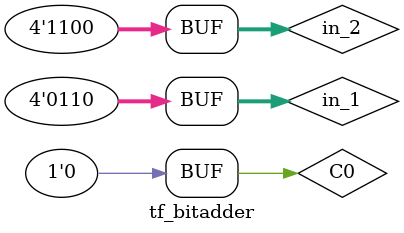
<source format=v>
`timescale 1ns / 1ps


module tf_bitadder;

	// Inputs
	reg [3:0] in_1;
	reg [3:0] in_2;
	reg C0;

	// Outputs
	wire [3:0] sol;
	wire C4;

	// Instantiate the Unit Under Test (UUT)
	bitadder uut (
		.in_1(in_1), 
		.in_2(in_2), 
		.C0(C0), 
		.sol(sol), 
		.C4(C4)
	);

	initial begin
		// Initialize Inputs
		
		
		
		#100
		in_1 =2;
		in_2 =3;
		C0 = 1;
		
		#100
		in_1 = 6;
		in_2 = 12;
		C0 = 0;
			

        
		// Add stimulus here

	end
      
endmodule


</source>
